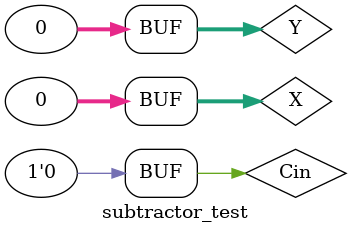
<source format=v>
`timescale 1ns / 1ps


module subtractor_test;

	// Inputs
	reg [31:0] X;
	reg [31:0] Y;
	reg Cin;

	// Outputs
	wire Cout;
	wire [31:0] Z;

	// Instantiate the Unit Under Test (UUT)
	subtractor uut (
		.X(X), 
		.Y(Y), 
		.Cin(Cin), 
		.Cout(Cout), 
		.Z(Z)
	);

	initial begin
		// Initialize Inputs
		X = 0;
		Y = 0;
		Cin = 0;

		// Wait 100 ns for global reset to finish
		#100;
        
		// Add stimulus here
		

	end
      
endmodule


</source>
